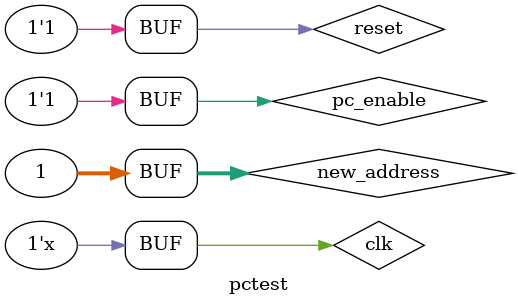
<source format=v>
`timescale 1ns / 1ps


module pctest;

	// Inputs
	reg [31:0] new_address;
	reg clk;
	reg reset;
	reg pc_enable;

	// Outputs
	wire [31:0] output_address;

	// Instantiate the Unit Under Test (UUT)
	PC uut (
		.new_address(new_address), 
		.clk(clk), 
		.reset(reset), 
		.pc_enable(pc_enable), 
		.output_address(output_address)
	);

	initial begin
		// Initialize Inputs
		new_address = 32'b1;
		clk = 0;
		reset = 0;
		pc_enable = 1;

		// Wait 100 ns for global reset to finish
      #100 reset = 1'b1;
		// Add stimulus here
	end
   always begin
		#10 clk = ~clk;
	end   
endmodule


</source>
